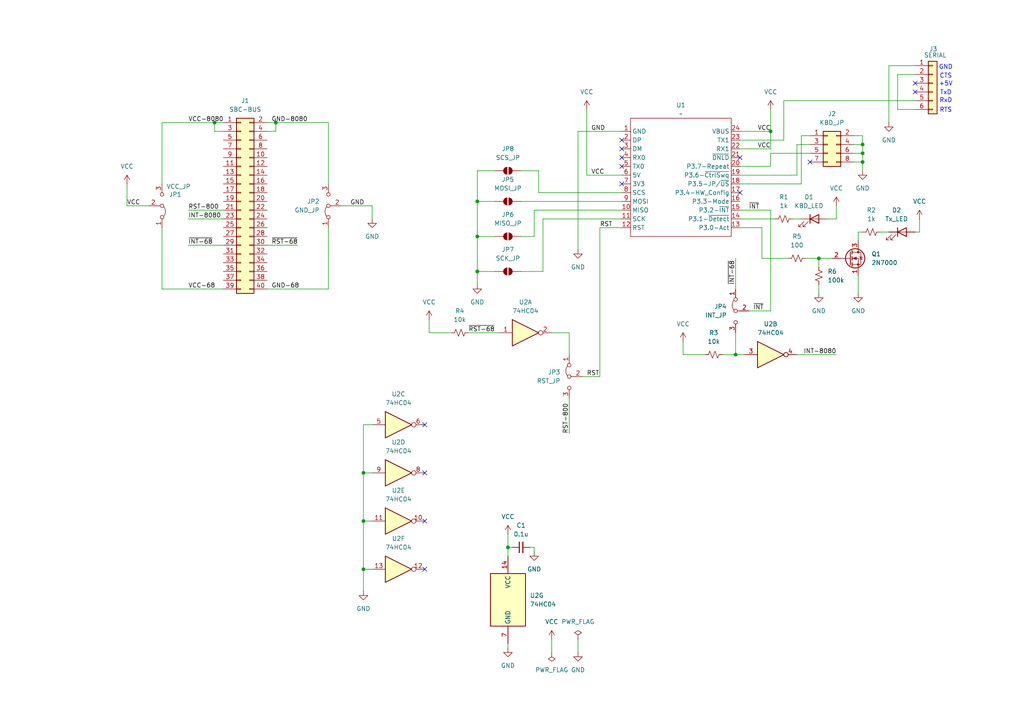
<source format=kicad_sch>
(kicad_sch (version 20250114) (generator "eeschema") (generator_version "9.0")
  (paper "A4")
  (title_block (title "Easy USB HOSTをSBCバスにつなぐ") (date "2025-03-03") (rev "1"))
  (lib_symbols
    (symbol "74xx:74HC04"
      (property "Reference" "U" (at 0 1.27 0))
      (property "Value" "74HC04" (at 0 -1.27 0))
      (symbol "74HC04_1_0"
        (polyline (pts (xy -3.81 3.81) (xy -3.81 -3.81) (xy 3.81 0) (xy -3.81 3.81)) (stroke (width 0.254)) (fill (type background)))
        (pin input line (at -7.62 0 0) (length 3.81) (name "~") (number "1"))
        (pin output inverted (at 7.62 0 180) (length 3.81) (name "~") (number "2"))
      )
      (symbol "74HC04_2_0"
        (polyline (pts (xy -3.81 3.81) (xy -3.81 -3.81) (xy 3.81 0) (xy -3.81 3.81)) (stroke (width 0.254)) (fill (type background)))
        (pin input line (at -7.62 0 0) (length 3.81) (name "~") (number "3"))
        (pin output inverted (at 7.62 0 180) (length 3.81) (name "~") (number "4"))
      )
      (symbol "74HC04_3_0"
        (polyline (pts (xy -3.81 3.81) (xy -3.81 -3.81) (xy 3.81 0) (xy -3.81 3.81)) (stroke (width 0.254)) (fill (type background)))
        (pin input line (at -7.62 0 0) (length 3.81) (name "~") (number "5"))
        (pin output inverted (at 7.62 0 180) (length 3.81) (name "~") (number "6"))
      )
      (symbol "74HC04_4_0"
        (polyline (pts (xy -3.81 3.81) (xy -3.81 -3.81) (xy 3.81 0) (xy -3.81 3.81)) (stroke (width 0.254)) (fill (type background)))
        (pin input line (at -7.62 0 0) (length 3.81) (name "~") (number "9"))
        (pin output inverted (at 7.62 0 180) (length 3.81) (name "~") (number "8"))
      )
      (symbol "74HC04_5_0"
        (polyline (pts (xy -3.81 3.81) (xy -3.81 -3.81) (xy 3.81 0) (xy -3.81 3.81)) (stroke (width 0.254)) (fill (type background)))
        (pin input line (at -7.62 0 0) (length 3.81) (name "~") (number "11"))
        (pin output inverted (at 7.62 0 180) (length 3.81) (name "~") (number "10"))
      )
      (symbol "74HC04_6_0"
        (polyline (pts (xy -3.81 3.81) (xy -3.81 -3.81) (xy 3.81 0) (xy -3.81 3.81)) (stroke (width 0.254)) (fill (type background)))
        (pin input line (at -7.62 0 0) (length 3.81) (name "~") (number "13"))
        (pin output inverted (at 7.62 0 180) (length 3.81) (name "~") (number "12"))
      )
      (symbol "74HC04_7_0"
        (pin power_in line (at 0 12.7 270) (length 5.08) (name "VCC") (number "14"))
        (pin power_in line (at 0 -12.7 90) (length 5.08) (name "GND") (number "7"))
      )
      (symbol "74HC04_7_1"
        (rectangle (start -5.08 7.62) (end 5.08 -7.62) (stroke (width 0.254)) (fill (type background)))
      )
    )
    (symbol "Connector_Generic:Conn_01x06" (pin_names (offset 1.016) (hide yes))
      (property "Reference" "J" (at 0 7.62 0))
      (property "Value" "Conn_01x06" (at 0 -10.16 0))
      (symbol "Conn_01x06_1_1"
        (rectangle (start -1.27 6.35) (end 1.27 -8.89) (stroke (width 0.254)) (fill (type background)))
        (rectangle (start -1.27 5.207) (end 0 4.953) (stroke (width 0.1524)))
        (rectangle (start -1.27 2.667) (end 0 2.413) (stroke (width 0.1524)))
        (rectangle (start -1.27 0.127) (end 0 -0.127) (stroke (width 0.1524)))
        (rectangle (start -1.27 -2.413) (end 0 -2.667) (stroke (width 0.1524)))
        (rectangle (start -1.27 -4.953) (end 0 -5.207) (stroke (width 0.1524)))
        (rectangle (start -1.27 -7.493) (end 0 -7.747) (stroke (width 0.1524)))
        (pin passive line (at -5.08 5.08 0) (length 3.81) (name "Pin_1") (number "1"))
        (pin passive line (at -5.08 2.54 0) (length 3.81) (name "Pin_2") (number "2"))
        (pin passive line (at -5.08 0 0) (length 3.81) (name "Pin_3") (number "3"))
        (pin passive line (at -5.08 -2.54 0) (length 3.81) (name "Pin_4") (number "4"))
        (pin passive line (at -5.08 -5.08 0) (length 3.81) (name "Pin_5") (number "5"))
        (pin passive line (at -5.08 -7.62 0) (length 3.81) (name "Pin_6") (number "6"))
      )
    )
    (symbol "Connector_Generic:Conn_02x04_Odd_Even" (pin_names (offset 1.016) (hide yes))
      (property "Reference" "J" (at 1.27 5.08 0))
      (property "Value" "Conn_02x04_Odd_Even" (at 1.27 -7.62 0))
      (symbol "Conn_02x04_Odd_Even_1_1"
        (rectangle (start -1.27 3.81) (end 3.81 -6.35) (stroke (width 0.254)) (fill (type background)))
        (rectangle (start -1.27 2.667) (end 0 2.413) (stroke (width 0.1524)))
        (rectangle (start -1.27 0.127) (end 0 -0.127) (stroke (width 0.1524)))
        (rectangle (start -1.27 -2.413) (end 0 -2.667) (stroke (width 0.1524)))
        (rectangle (start -1.27 -4.953) (end 0 -5.207) (stroke (width 0.1524)))
        (rectangle (start 3.81 2.667) (end 2.54 2.413) (stroke (width 0.1524)))
        (rectangle (start 3.81 0.127) (end 2.54 -0.127) (stroke (width 0.1524)))
        (rectangle (start 3.81 -2.413) (end 2.54 -2.667) (stroke (width 0.1524)))
        (rectangle (start 3.81 -4.953) (end 2.54 -5.207) (stroke (width 0.1524)))
        (pin passive line (at -5.08 2.54 0) (length 3.81) (name "Pin_1") (number "1"))
        (pin passive line (at -5.08 0 0) (length 3.81) (name "Pin_3") (number "3"))
        (pin passive line (at -5.08 -2.54 0) (length 3.81) (name "Pin_5") (number "5"))
        (pin passive line (at -5.08 -5.08 0) (length 3.81) (name "Pin_7") (number "7"))
        (pin passive line (at 7.62 2.54 180) (length 3.81) (name "Pin_2") (number "2"))
        (pin passive line (at 7.62 0 180) (length 3.81) (name "Pin_4") (number "4"))
        (pin passive line (at 7.62 -2.54 180) (length 3.81) (name "Pin_6") (number "6"))
        (pin passive line (at 7.62 -5.08 180) (length 3.81) (name "Pin_8") (number "8"))
      )
    )
    (symbol "Connector_Generic:Conn_02x20_Odd_Even" (pin_names (offset 1.016) (hide yes))
      (property "Reference" "J" (at 1.27 25.4 0))
      (property "Value" "Conn_02x20_Odd_Even" (at 1.27 -27.94 0))
      (symbol "Conn_02x20_Odd_Even_1_1"
        (rectangle (start -1.27 24.13) (end 3.81 -26.67) (stroke (width 0.254)) (fill (type background)))
        (rectangle (start -1.27 22.987) (end 0 22.733) (stroke (width 0.1524)))
        (rectangle (start -1.27 20.447) (end 0 20.193) (stroke (width 0.1524)))
        (rectangle (start -1.27 17.907) (end 0 17.653) (stroke (width 0.1524)))
        (rectangle (start -1.27 15.367) (end 0 15.113) (stroke (width 0.1524)))
        (rectangle (start -1.27 12.827) (end 0 12.573) (stroke (width 0.1524)))
        (rectangle (start -1.27 10.287) (end 0 10.033) (stroke (width 0.1524)))
        (rectangle (start -1.27 7.747) (end 0 7.493) (stroke (width 0.1524)))
        (rectangle (start -1.27 5.207) (end 0 4.953) (stroke (width 0.1524)))
        (rectangle (start -1.27 2.667) (end 0 2.413) (stroke (width 0.1524)))
        (rectangle (start -1.27 0.127) (end 0 -0.127) (stroke (width 0.1524)))
        (rectangle (start -1.27 -2.413) (end 0 -2.667) (stroke (width 0.1524)))
        (rectangle (start -1.27 -4.953) (end 0 -5.207) (stroke (width 0.1524)))
        (rectangle (start -1.27 -7.493) (end 0 -7.747) (stroke (width 0.1524)))
        (rectangle (start -1.27 -10.033) (end 0 -10.287) (stroke (width 0.1524)))
        (rectangle (start -1.27 -12.573) (end 0 -12.827) (stroke (width 0.1524)))
        (rectangle (start -1.27 -15.113) (end 0 -15.367) (stroke (width 0.1524)))
        (rectangle (start -1.27 -17.653) (end 0 -17.907) (stroke (width 0.1524)))
        (rectangle (start -1.27 -20.193) (end 0 -20.447) (stroke (width 0.1524)))
        (rectangle (start -1.27 -22.733) (end 0 -22.987) (stroke (width 0.1524)))
        (rectangle (start -1.27 -25.273) (end 0 -25.527) (stroke (width 0.1524)))
        (rectangle (start 3.81 22.987) (end 2.54 22.733) (stroke (width 0.1524)))
        (rectangle (start 3.81 20.447) (end 2.54 20.193) (stroke (width 0.1524)))
        (rectangle (start 3.81 17.907) (end 2.54 17.653) (stroke (width 0.1524)))
        (rectangle (start 3.81 15.367) (end 2.54 15.113) (stroke (width 0.1524)))
        (rectangle (start 3.81 12.827) (end 2.54 12.573) (stroke (width 0.1524)))
        (rectangle (start 3.81 10.287) (end 2.54 10.033) (stroke (width 0.1524)))
        (rectangle (start 3.81 7.747) (end 2.54 7.493) (stroke (width 0.1524)))
        (rectangle (start 3.81 5.207) (end 2.54 4.953) (stroke (width 0.1524)))
        (rectangle (start 3.81 2.667) (end 2.54 2.413) (stroke (width 0.1524)))
        (rectangle (start 3.81 0.127) (end 2.54 -0.127) (stroke (width 0.1524)))
        (rectangle (start 3.81 -2.413) (end 2.54 -2.667) (stroke (width 0.1524)))
        (rectangle (start 3.81 -4.953) (end 2.54 -5.207) (stroke (width 0.1524)))
        (rectangle (start 3.81 -7.493) (end 2.54 -7.747) (stroke (width 0.1524)))
        (rectangle (start 3.81 -10.033) (end 2.54 -10.287) (stroke (width 0.1524)))
        (rectangle (start 3.81 -12.573) (end 2.54 -12.827) (stroke (width 0.1524)))
        (rectangle (start 3.81 -15.113) (end 2.54 -15.367) (stroke (width 0.1524)))
        (rectangle (start 3.81 -17.653) (end 2.54 -17.907) (stroke (width 0.1524)))
        (rectangle (start 3.81 -20.193) (end 2.54 -20.447) (stroke (width 0.1524)))
        (rectangle (start 3.81 -22.733) (end 2.54 -22.987) (stroke (width 0.1524)))
        (rectangle (start 3.81 -25.273) (end 2.54 -25.527) (stroke (width 0.1524)))
        (pin passive line (at -5.08 22.86 0) (length 3.81) (name "Pin_1") (number "1"))
        (pin passive line (at -5.08 20.32 0) (length 3.81) (name "Pin_3") (number "3"))
        (pin passive line (at -5.08 17.78 0) (length 3.81) (name "Pin_5") (number "5"))
        (pin passive line (at -5.08 15.24 0) (length 3.81) (name "Pin_7") (number "7"))
        (pin passive line (at -5.08 12.7 0) (length 3.81) (name "Pin_9") (number "9"))
        (pin passive line (at -5.08 10.16 0) (length 3.81) (name "Pin_11") (number "11"))
        (pin passive line (at -5.08 7.62 0) (length 3.81) (name "Pin_13") (number "13"))
        (pin passive line (at -5.08 5.08 0) (length 3.81) (name "Pin_15") (number "15"))
        (pin passive line (at -5.08 2.54 0) (length 3.81) (name "Pin_17") (number "17"))
        (pin passive line (at -5.08 0 0) (length 3.81) (name "Pin_19") (number "19"))
        (pin passive line (at -5.08 -2.54 0) (length 3.81) (name "Pin_21") (number "21"))
        (pin passive line (at -5.08 -5.08 0) (length 3.81) (name "Pin_23") (number "23"))
        (pin passive line (at -5.08 -7.62 0) (length 3.81) (name "Pin_25") (number "25"))
        (pin passive line (at -5.08 -10.16 0) (length 3.81) (name "Pin_27") (number "27"))
        (pin passive line (at -5.08 -12.7 0) (length 3.81) (name "Pin_29") (number "29"))
        (pin passive line (at -5.08 -15.24 0) (length 3.81) (name "Pin_31") (number "31"))
        (pin passive line (at -5.08 -17.78 0) (length 3.81) (name "Pin_33") (number "33"))
        (pin passive line (at -5.08 -20.32 0) (length 3.81) (name "Pin_35") (number "35"))
        (pin passive line (at -5.08 -22.86 0) (length 3.81) (name "Pin_37") (number "37"))
        (pin passive line (at -5.08 -25.4 0) (length 3.81) (name "Pin_39") (number "39"))
        (pin passive line (at 7.62 22.86 180) (length 3.81) (name "Pin_2") (number "2"))
        (pin passive line (at 7.62 20.32 180) (length 3.81) (name "Pin_4") (number "4"))
        (pin passive line (at 7.62 17.78 180) (length 3.81) (name "Pin_6") (number "6"))
        (pin passive line (at 7.62 15.24 180) (length 3.81) (name "Pin_8") (number "8"))
        (pin passive line (at 7.62 12.7 180) (length 3.81) (name "Pin_10") (number "10"))
        (pin passive line (at 7.62 10.16 180) (length 3.81) (name "Pin_12") (number "12"))
        (pin passive line (at 7.62 7.62 180) (length 3.81) (name "Pin_14") (number "14"))
        (pin passive line (at 7.62 5.08 180) (length 3.81) (name "Pin_16") (number "16"))
        (pin passive line (at 7.62 2.54 180) (length 3.81) (name "Pin_18") (number "18"))
        (pin passive line (at 7.62 0 180) (length 3.81) (name "Pin_20") (number "20"))
        (pin passive line (at 7.62 -2.54 180) (length 3.81) (name "Pin_22") (number "22"))
        (pin passive line (at 7.62 -5.08 180) (length 3.81) (name "Pin_24") (number "24"))
        (pin passive line (at 7.62 -7.62 180) (length 3.81) (name "Pin_26") (number "26"))
        (pin passive line (at 7.62 -10.16 180) (length 3.81) (name "Pin_28") (number "28"))
        (pin passive line (at 7.62 -12.7 180) (length 3.81) (name "Pin_30") (number "30"))
        (pin passive line (at 7.62 -15.24 180) (length 3.81) (name "Pin_32") (number "32"))
        (pin passive line (at 7.62 -17.78 180) (length 3.81) (name "Pin_34") (number "34"))
        (pin passive line (at 7.62 -20.32 180) (length 3.81) (name "Pin_36") (number "36"))
        (pin passive line (at 7.62 -22.86 180) (length 3.81) (name "Pin_38") (number "38"))
        (pin passive line (at 7.62 -25.4 180) (length 3.81) (name "Pin_40") (number "40"))
      )
    )
    (symbol "Device:C_Small" (pin_numbers (hide yes)) (pin_names (offset 0.254) (hide yes))
      (property "Reference" "C" (at 0.254 1.778 0))
      (property "Value" "C_Small" (at 0.254 -2.032 0))
      (symbol "C_Small_0_1"
        (polyline (pts (xy -1.524 0.508) (xy 1.524 0.508)) (stroke (width 0.3048)))
        (polyline (pts (xy -1.524 -0.508) (xy 1.524 -0.508)) (stroke (width 0.3302)))
      )
      (symbol "C_Small_1_1"
        (pin passive line (at 0 2.54 270) (length 2.032) (name "~") (number "1"))
        (pin passive line (at 0 -2.54 90) (length 2.032) (name "~") (number "2"))
      )
    )
    (symbol "Device:LED" (pin_numbers (hide yes)) (pin_names (offset 1.016) (hide yes))
      (property "Reference" "D" (at 0 2.54 0))
      (property "Value" "LED" (at 0 -2.54 0))
      (symbol "LED_0_1"
        (polyline (pts (xy -3.048 -0.762) (xy -4.572 -2.286) (xy -3.81 -2.286) (xy -4.572 -2.286) (xy -4.572 -1.524)))
        (polyline (pts (xy -1.778 -0.762) (xy -3.302 -2.286) (xy -2.54 -2.286) (xy -3.302 -2.286) (xy -3.302 -1.524)))
        (polyline (pts (xy -1.27 0) (xy 1.27 0)))
        (polyline (pts (xy -1.27 -1.27) (xy -1.27 1.27)) (stroke (width 0.254)))
        (polyline (pts (xy 1.27 -1.27) (xy 1.27 1.27) (xy -1.27 0) (xy 1.27 -1.27)) (stroke (width 0.254)))
      )
      (symbol "LED_1_1"
        (pin passive line (at -3.81 0 0) (length 2.54) (name "K") (number "1"))
        (pin passive line (at 3.81 0 180) (length 2.54) (name "A") (number "2"))
      )
    )
    (symbol "Device:R_Small_US" (pin_numbers (hide yes)) (pin_names (offset 0.254) (hide yes))
      (property "Reference" "R" (at 0.762 0.508 0))
      (property "Value" "R_Small_US" (at 0.762 -1.016 0))
      (symbol "R_Small_US_1_1"
        (polyline (pts (xy 0 1.524) (xy 1.016 1.143) (xy 0 0.762) (xy -1.016 0.381) (xy 0 0)))
        (polyline (pts (xy 0 0) (xy 1.016 -0.381) (xy 0 -0.762) (xy -1.016 -1.143) (xy 0 -1.524)))
        (pin passive line (at 0 2.54 270) (length 1.016) (name "~") (number "1"))
        (pin passive line (at 0 -2.54 90) (length 1.016) (name "~") (number "2"))
      )
    )
    (symbol "Jumper:Jumper_3_Bridged12" (pin_names (offset 0) (hide yes)) (exclude_from_sim yes) (in_bom no)
      (property "Reference" "JP" (at -2.54 -2.54 0))
      (property "Value" "Jumper_3_Bridged12" (at 0 2.794 0))
      (symbol "Jumper_3_Bridged12_0_0"
        (circle (center -3.302 0) (radius 0.508))
        (circle (center 0 0) (radius 0.508))
        (circle (center 3.302 0) (radius 0.508))
      )
      (symbol "Jumper_3_Bridged12_0_1"
        (arc (start -3.048 0.508) (mid -1.651 0.9912) (end -0.254 0.508))
        (polyline (pts (xy 0 -1.27) (xy 0 -0.508)))
      )
      (symbol "Jumper_3_Bridged12_1_1"
        (pin passive line (at -6.35 0 0) (length 2.54) (name "A") (number "1"))
        (pin passive line (at 0 -3.81 90) (length 2.54) (name "C") (number "2"))
        (pin passive line (at 6.35 0 180) (length 2.54) (name "B") (number "3"))
      )
    )
    (symbol "Jumper:SolderJumper_2_Open" (pin_numbers (hide yes)) (pin_names (offset 0) (hide yes)) (exclude_from_sim yes) (in_bom no)
      (property "Reference" "JP" (at 0 2.032 0))
      (property "Value" "SolderJumper_2_Open" (at 0 -2.54 0))
      (symbol "SolderJumper_2_Open_0_1"
        (polyline (pts (xy -0.254 1.016) (xy -0.254 -1.016)))
        (arc (start -0.254 -1.016) (mid -1.2656 0) (end -0.254 1.016))
        (arc (start -0.254 -1.016) (mid -1.2656 0) (end -0.254 1.016) (fill (type outline)))
        (arc (start 0.254 1.016) (mid 1.2656 0) (end 0.254 -1.016))
        (arc (start 0.254 1.016) (mid 1.2656 0) (end 0.254 -1.016) (fill (type outline)))
        (polyline (pts (xy 0.254 1.016) (xy 0.254 -1.016)))
      )
      (symbol "SolderJumper_2_Open_1_1"
        (pin passive line (at -3.81 0 0) (length 2.54) (name "A") (number "1"))
        (pin passive line (at 3.81 0 180) (length 2.54) (name "B") (number "2"))
      )
    )
    (symbol "Transistor_FET:2N7000" (pin_names (hide yes))
      (property "Reference" "Q" (at 5.08 1.905 0))
      (property "Value" "2N7000" (at 5.08 0 0))
      (symbol "2N7000_0_1"
        (polyline (pts (xy 0.254 1.905) (xy 0.254 -1.905)) (stroke (width 0.254)))
        (polyline (pts (xy 0.254 0) (xy -2.54 0)))
        (polyline (pts (xy 0.762 2.286) (xy 0.762 1.27)) (stroke (width 0.254)))
        (polyline (pts (xy 0.762 0.508) (xy 0.762 -0.508)) (stroke (width 0.254)))
        (polyline (pts (xy 0.762 -1.27) (xy 0.762 -2.286)) (stroke (width 0.254)))
        (polyline (pts (xy 0.762 -1.778) (xy 3.302 -1.778) (xy 3.302 1.778) (xy 0.762 1.778)))
        (polyline (pts (xy 1.016 0) (xy 2.032 0.381) (xy 2.032 -0.381) (xy 1.016 0)) (fill (type outline)))
        (circle (center 1.651 0) (radius 2.794) (stroke (width 0.254)))
        (polyline (pts (xy 2.54 2.54) (xy 2.54 1.778)))
        (circle (center 2.54 1.778) (radius 0.254) (fill (type outline)))
        (circle (center 2.54 -1.778) (radius 0.254) (fill (type outline)))
        (polyline (pts (xy 2.54 -2.54) (xy 2.54 0) (xy 0.762 0)))
        (polyline (pts (xy 2.794 0.508) (xy 2.921 0.381) (xy 3.683 0.381) (xy 3.81 0.254)))
        (polyline (pts (xy 3.302 0.381) (xy 2.921 -0.254) (xy 3.683 -0.254) (xy 3.302 0.381)))
      )
      (symbol "2N7000_1_1"
        (pin input line (at -5.08 0 0) (length 2.54) (name "G") (number "2"))
        (pin passive line (at 2.54 5.08 270) (length 2.54) (name "D") (number "3"))
        (pin passive line (at 2.54 -5.08 90) (length 2.54) (name "S") (number "1"))
      )
    )
    (symbol "easyUsbHost:easyUsbHost"
      (property "Reference" "U" (at -8.89 17.018 0))
      (symbol "easyUsbHost_0_1"
        (rectangle (start -15.24 15.24) (end 13.97 -19.05))
      )
      (symbol "easyUsbHost_1_1"
        (pin power_in line (at -17.78 11.43 0) (length 2.54) (name "GND") (number "1"))
        (pin bidirectional line (at -17.78 8.89 0) (length 2.54) (name "DP") (number "2"))
        (pin bidirectional line (at -17.78 6.35 0) (length 2.54) (name "DM") (number "3"))
        (pin input line (at -17.78 3.81 0) (length 2.54) (name "RX0") (number "4"))
        (pin output line (at -17.78 1.27 0) (length 2.54) (name "TX0") (number "5"))
        (pin power_in line (at -17.78 -1.27 0) (length 2.54) (name "5V") (number "6"))
        (pin power_out line (at -17.78 -3.81 0) (length 2.54) (name "3V3") (number "7"))
        (pin input line (at -17.78 -6.35 0) (length 2.54) (name "SCS") (number "8"))
        (pin input line (at -17.78 -8.89 0) (length 2.54) (name "MOSI") (number "9"))
        (pin passive line (at -17.78 -11.43 0) (length 2.54) (name "MISO") (number "10"))
        (pin input line (at -17.78 -13.97 0) (length 2.54) (name "SCK") (number "11"))
        (pin input line (at -17.78 -16.51 0) (length 2.54) (name "RST") (number "12"))
        (pin power_in line (at 16.51 11.43 180) (length 2.54) (name "VBUS") (number "24"))
        (pin output line (at 16.51 8.89 180) (length 2.54) (name "TX1") (number "23"))
        (pin input line (at 16.51 6.35 180) (length 2.54) (name "RX1") (number "22"))
        (pin input line (at 16.51 3.81 180) (length 2.54) (name "~{DNLD}") (number "21"))
        (pin input line (at 16.51 1.27 180) (length 2.54) (name "P3.7-Repeat") (number "20"))
        (pin input line (at 16.51 -1.27 180) (length 2.54) (name "P3.6-~{CtrlSwq}") (number "19"))
        (pin input line (at 16.51 -3.81 180) (length 2.54) (name "P3.5-JP/~{US}") (number "18"))
        (pin input line (at 16.51 -6.35 180) (length 2.54) (name "P3.4-HW_Config") (number "17"))
        (pin input line (at 16.51 -8.89 180) (length 2.54) (name "P3.3-Mode") (number "16"))
        (pin output line (at 16.51 -11.43 180) (length 2.54) (name "P3.2-~{INT}") (number "15"))
        (pin output line (at 16.51 -13.97 180) (length 2.54) (name "P3.1-~{Detect}") (number "14"))
        (pin bidirectional line (at 16.51 -16.51 180) (length 2.54) (name "P3.0-Act") (number "13"))
      )
    )
    (symbol "power:GND" (power) (pin_numbers (hide yes)) (pin_names (offset 0) (hide yes))
      (property "Value" "GND" (at 0 -3.81 0))
      (symbol "GND_0_1"
        (polyline (pts (xy 0 0) (xy 0 -1.27) (xy 1.27 -1.27) (xy 0 -2.54) (xy -1.27 -1.27) (xy 0 -1.27)))
      )
      (symbol "GND_1_1"
        (pin power_in line (at 0 0 270) (length 0) (name "~") (number "1"))
      )
    )
    (symbol "power:PWR_FLAG" (power) (pin_numbers (hide yes)) (pin_names (offset 0) (hide yes))
      (property "Value" "PWR_FLAG" (at 0 3.81 0))
      (symbol "PWR_FLAG_0_0"
        (pin power_out line (at 0 0 90) (length 0) (name "~") (number "1"))
      )
      (symbol "PWR_FLAG_0_1"
        (polyline (pts (xy 0 0) (xy 0 1.27) (xy -1.016 1.905) (xy 0 2.54) (xy 1.016 1.905) (xy 0 1.27)))
      )
    )
    (symbol "power:VCC" (power) (pin_numbers (hide yes)) (pin_names (offset 0) (hide yes))
      (property "Value" "VCC" (at 0 3.556 0))
      (symbol "VCC_0_1"
        (polyline (pts (xy -0.762 1.27) (xy 0 2.54)))
        (polyline (pts (xy 0 2.54) (xy 0.762 1.27)))
        (polyline (pts (xy 0 0) (xy 0 2.54)))
      )
      (symbol "VCC_1_1"
        (pin power_in line (at 0 0 90) (length 0) (name "~") (number "1"))
      )
    )
  )
  (text "TxD" (at 274.32 26.924 0) (effects (font (size 1.27 1.27))))
  (text "RTS" (at 274.32 32.004 0) (effects (font (size 1.27 1.27))))
  (text "CTS" (at 274.32 22.098 0) (effects (font (size 1.27 1.27))))
  (text "GND" (at 274.32 19.558 0) (effects (font (size 1.27 1.27))))
  (text "+5V" (at 274.32 24.384 0) (effects (font (size 1.27 1.27))))
  (text "RxD" (at 274.32 29.21 0) (effects (font (size 1.27 1.27))))
  (junction (at 250.19 46.99))
  (junction (at 138.43 58.42))
  (junction (at 250.19 44.45))
  (junction (at 105.41 165.1))
  (junction (at 80.01 35.56))
  (junction (at 223.52 38.1))
  (junction (at 250.19 41.91))
  (junction (at 105.41 137.16))
  (junction (at 62.23 35.56))
  (junction (at 138.43 68.58))
  (junction (at 237.49 74.93))
  (junction (at 213.36 102.87))
  (junction (at 147.32 158.75))
  (junction (at 138.43 78.74))
  (junction (at 105.41 151.13))
  (no_connect (at 265.43 24.13))
  (no_connect (at 180.34 45.72))
  (no_connect (at 180.34 40.64))
  (no_connect (at 123.19 151.13))
  (no_connect (at 214.63 55.88))
  (no_connect (at 214.63 45.72))
  (no_connect (at 123.19 123.19))
  (no_connect (at 123.19 165.1))
  (no_connect (at 265.43 26.67))
  (no_connect (at 180.34 53.34))
  (no_connect (at 234.95 46.99))
  (no_connect (at 180.34 43.18))
  (no_connect (at 180.34 48.26))
  (no_connect (at 123.19 137.16))
  (wire (pts (xy 165.1 115.57) (xy 165.1 125.73)))
  (wire (pts (xy 223.52 44.45) (xy 234.95 44.45)))
  (wire (pts (xy 138.43 58.42) (xy 143.51 58.42)))
  (wire (pts (xy 124.46 96.52) (xy 130.81 96.52)))
  (wire (pts (xy 214.63 53.34) (xy 232.41 53.34)))
  (wire (pts (xy 255.27 67.31) (xy 257.81 67.31)))
  (wire (pts (xy 257.81 19.05) (xy 265.43 19.05)))
  (wire (pts (xy 147.32 158.75) (xy 147.32 161.29)))
  (wire (pts (xy 95.25 35.56) (xy 95.25 53.34)))
  (wire (pts (xy 165.1 96.52) (xy 165.1 102.87)))
  (wire (pts (xy 138.43 82.55) (xy 138.43 78.74)))
  (wire (pts (xy 138.43 78.74) (xy 143.51 78.74)))
  (wire (pts (xy 180.34 55.88) (xy 156.21 55.88)))
  (wire (pts (xy 231.14 102.87) (xy 242.57 102.87)))
  (wire (pts (xy 232.41 53.34) (xy 232.41 39.37)))
  (wire (pts (xy 214.63 48.26) (xy 223.52 48.26)))
  (wire (pts (xy 147.32 186.69) (xy 147.32 187.96)))
  (wire (pts (xy 260.35 31.75) (xy 265.43 31.75)))
  (wire (pts (xy 247.65 41.91) (xy 250.19 41.91)))
  (wire (pts (xy 147.32 158.75) (xy 148.59 158.75)))
  (wire (pts (xy 154.94 60.96) (xy 180.34 60.96)))
  (wire (pts (xy 214.63 50.8) (xy 231.14 50.8)))
  (wire (pts (xy 154.94 68.58) (xy 154.94 60.96)))
  (wire (pts (xy 214.63 60.96) (xy 223.52 60.96)))
  (wire (pts (xy 105.41 151.13) (xy 105.41 137.16)))
  (wire (pts (xy 46.99 35.56) (xy 46.99 53.34)))
  (wire (pts (xy 265.43 21.59) (xy 260.35 21.59)))
  (wire (pts (xy 107.95 123.19) (xy 105.41 123.19)))
  (wire (pts (xy 214.63 43.18) (xy 223.52 43.18)))
  (wire (pts (xy 77.47 38.1) (xy 80.01 38.1)))
  (wire (pts (xy 105.41 151.13) (xy 107.95 151.13)))
  (wire (pts (xy 77.47 35.56) (xy 80.01 35.56)))
  (wire (pts (xy 173.99 66.04) (xy 180.34 66.04)))
  (wire (pts (xy 248.92 80.01) (xy 248.92 85.09)))
  (wire (pts (xy 223.52 44.45) (xy 223.52 48.26)))
  (wire (pts (xy 248.92 67.31) (xy 248.92 69.85)))
  (wire (pts (xy 229.87 63.5) (xy 232.41 63.5)))
  (wire (pts (xy 151.13 78.74) (xy 157.48 78.74)))
  (wire (pts (xy 173.99 66.04) (xy 173.99 109.22)))
  (wire (pts (xy 156.21 55.88) (xy 156.21 49.53)))
  (wire (pts (xy 266.7 63.5) (xy 266.7 67.31)))
  (wire (pts (xy 214.63 38.1) (xy 223.52 38.1)))
  (wire (pts (xy 138.43 49.53) (xy 143.51 49.53)))
  (wire (pts (xy 227.33 29.21) (xy 265.43 29.21)))
  (wire (pts (xy 213.36 102.87) (xy 215.9 102.87)))
  (wire (pts (xy 217.17 90.17) (xy 223.52 90.17)))
  (wire (pts (xy 105.41 137.16) (xy 107.95 137.16)))
  (wire (pts (xy 168.91 109.22) (xy 173.99 109.22)))
  (wire (pts (xy 223.52 38.1) (xy 223.52 43.18)))
  (wire (pts (xy 250.19 46.99) (xy 250.19 49.53)))
  (wire (pts (xy 220.98 66.04) (xy 214.63 66.04)))
  (wire (pts (xy 227.33 29.21) (xy 227.33 40.64)))
  (wire (pts (xy 107.95 59.69) (xy 107.95 63.5)))
  (wire (pts (xy 62.23 35.56) (xy 62.23 38.1)))
  (wire (pts (xy 220.98 74.93) (xy 220.98 66.04)))
  (wire (pts (xy 247.65 44.45) (xy 250.19 44.45)))
  (wire (pts (xy 99.06 59.69) (xy 107.95 59.69)))
  (wire (pts (xy 77.47 83.82) (xy 95.25 83.82)))
  (wire (pts (xy 167.64 38.1) (xy 167.64 72.39)))
  (wire (pts (xy 124.46 92.71) (xy 124.46 96.52)))
  (wire (pts (xy 151.13 49.53) (xy 156.21 49.53)))
  (wire (pts (xy 167.64 38.1) (xy 180.34 38.1)))
  (wire (pts (xy 220.98 74.93) (xy 228.6 74.93)))
  (wire (pts (xy 214.63 63.5) (xy 224.79 63.5)))
  (wire (pts (xy 36.83 53.34) (xy 36.83 59.69)))
  (wire (pts (xy 209.55 102.87) (xy 213.36 102.87)))
  (wire (pts (xy 241.3 74.93) (xy 237.49 74.93)))
  (wire (pts (xy 160.02 185.42) (xy 160.02 189.23)))
  (wire (pts (xy 77.47 71.12) (xy 86.36 71.12)))
  (wire (pts (xy 257.81 35.56) (xy 257.81 19.05)))
  (wire (pts (xy 250.19 67.31) (xy 248.92 67.31)))
  (wire (pts (xy 80.01 38.1) (xy 80.01 35.56)))
  (wire (pts (xy 237.49 82.55) (xy 237.49 85.09)))
  (wire (pts (xy 237.49 74.93) (xy 233.68 74.93)))
  (wire (pts (xy 147.32 154.94) (xy 147.32 158.75)))
  (wire (pts (xy 153.67 158.75) (xy 154.94 158.75)))
  (wire (pts (xy 151.13 58.42) (xy 180.34 58.42)))
  (wire (pts (xy 138.43 58.42) (xy 138.43 49.53)))
  (wire (pts (xy 105.41 165.1) (xy 107.95 165.1)))
  (wire (pts (xy 62.23 38.1) (xy 64.77 38.1)))
  (wire (pts (xy 198.12 102.87) (xy 204.47 102.87)))
  (wire (pts (xy 247.65 46.99) (xy 250.19 46.99)))
  (wire (pts (xy 46.99 83.82) (xy 64.77 83.82)))
  (wire (pts (xy 242.57 59.69) (xy 242.57 63.5)))
  (wire (pts (xy 138.43 68.58) (xy 138.43 58.42)))
  (wire (pts (xy 54.61 63.5) (xy 64.77 63.5)))
  (wire (pts (xy 62.23 35.56) (xy 64.77 35.56)))
  (wire (pts (xy 167.64 185.42) (xy 167.64 189.23)))
  (wire (pts (xy 198.12 99.06) (xy 198.12 102.87)))
  (wire (pts (xy 54.61 71.12) (xy 64.77 71.12)))
  (wire (pts (xy 105.41 123.19) (xy 105.41 137.16)))
  (wire (pts (xy 231.14 41.91) (xy 234.95 41.91)))
  (wire (pts (xy 266.7 67.31) (xy 265.43 67.31)))
  (wire (pts (xy 160.02 96.52) (xy 165.1 96.52)))
  (wire (pts (xy 240.03 63.5) (xy 242.57 63.5)))
  (wire (pts (xy 105.41 171.45) (xy 105.41 165.1)))
  (wire (pts (xy 223.52 31.75) (xy 223.52 38.1)))
  (wire (pts (xy 213.36 74.93) (xy 213.36 83.82)))
  (wire (pts (xy 170.18 50.8) (xy 180.34 50.8)))
  (wire (pts (xy 80.01 35.56) (xy 95.25 35.56)))
  (wire (pts (xy 250.19 44.45) (xy 250.19 46.99)))
  (wire (pts (xy 223.52 60.96) (xy 223.52 90.17)))
  (wire (pts (xy 247.65 39.37) (xy 250.19 39.37)))
  (wire (pts (xy 46.99 66.04) (xy 46.99 83.82)))
  (wire (pts (xy 250.19 41.91) (xy 250.19 44.45)))
  (wire (pts (xy 157.48 78.74) (xy 157.48 63.5)))
  (wire (pts (xy 46.99 35.56) (xy 62.23 35.56)))
  (wire (pts (xy 138.43 78.74) (xy 138.43 68.58)))
  (wire (pts (xy 95.25 83.82) (xy 95.25 66.04)))
  (wire (pts (xy 36.83 59.69) (xy 43.18 59.69)))
  (wire (pts (xy 54.61 60.96) (xy 64.77 60.96)))
  (wire (pts (xy 135.89 96.52) (xy 144.78 96.52)))
  (wire (pts (xy 250.19 39.37) (xy 250.19 41.91)))
  (wire (pts (xy 151.13 68.58) (xy 154.94 68.58)))
  (wire (pts (xy 260.35 21.59) (xy 260.35 31.75)))
  (wire (pts (xy 170.18 31.75) (xy 170.18 50.8)))
  (wire (pts (xy 232.41 39.37) (xy 234.95 39.37)))
  (wire (pts (xy 214.63 40.64) (xy 227.33 40.64)))
  (wire (pts (xy 157.48 63.5) (xy 180.34 63.5)))
  (wire (pts (xy 231.14 50.8) (xy 231.14 41.91)))
  (wire (pts (xy 154.94 158.75) (xy 154.94 160.02)))
  (wire (pts (xy 138.43 68.58) (xy 143.51 68.58)))
  (wire (pts (xy 213.36 96.52) (xy 213.36 102.87)))
  (wire (pts (xy 105.41 165.1) (xy 105.41 151.13)))
  (wire (pts (xy 237.49 74.93) (xy 237.49 77.47)))
  (label "VCC-68" (at 54.61 83.82 0))
  (label "VCC" (at 219.71 43.18 0))
  (label "~{RST-68}" (at 78.74 71.12 0))
  (label "VCC" (at 219.71 38.1 0))
  (label "RST-800" (at 165.1 125.73 90))
  (label "RST-800" (at 54.61 60.96 0))
  (label "VCC" (at 171.45 50.8 0))
  (label "GND-68" (at 78.74 83.82 0))
  (label "GND-8080" (at 78.74 35.56 0))
  (label "~{INT-68}" (at 213.36 82.55 90))
  (label "~{INT-68}" (at 54.61 71.12 0))
  (label "RST" (at 173.99 66.04 0))
  (label "RST" (at 170.18 109.22 0))
  (label "INT-8080" (at 54.61 63.5 0))
  (label "GND" (at 101.6 59.69 0))
  (label "GND" (at 171.45 38.1 0))
  (label "~{RST-68}" (at 143.51 96.52 180))
  (label "INT-8080" (at 242.57 102.87 180))
  (label "VCC" (at 36.83 59.69 0))
  (label "~{INT}" (at 217.17 60.96 0))
  (label "VCC-8080" (at 54.61 35.56 0))
  (label "~{INT}" (at 218.44 90.17 0))
  (symbol (lib_id "power:GND") (at 147.32 187.96 0) (unit 1)
    (property "Reference" "#PWR08" (effects (hide yes)))
    (property "Value" "GND" (at 147.32 193.04 0))
    (property "Description" "Power symbol creates a global label with name \"GND\" , ground" (effects (hide yes)))
  )
  (symbol (lib_id "power:GND") (at 167.64 189.23 0) (unit 1)
    (property "Reference" "#PWR05" (effects (hide yes)))
    (property "Value" "GND" (at 167.64 194.31 0))
    (property "Description" "Power symbol creates a global label with name \"GND\" , ground" (effects (hide yes)))
  )
  (symbol (lib_id "Device:R_Small_US") (at 207.01 102.87 90) (unit 1)
    (property "Reference" "R3" (at 207.01 96.52 90))
    (property "Value" "10k" (at 207.01 99.06 90))
    (property "Description" "Resistor, small US symbol" (effects (hide yes)))
  )
  (symbol (lib_id "power:GND") (at 154.94 160.02 0) (unit 1)
    (property "Reference" "#PWR09" (effects (hide yes)))
    (property "Value" "GND" (at 154.94 165.1 0))
    (property "Description" "Power symbol creates a global label with name \"GND\" , ground" (effects (hide yes)))
  )
  (symbol (lib_id "power:PWR_FLAG") (at 160.02 189.23 180) (unit 1)
    (property "Reference" "#FLG02" (effects (hide yes)))
    (property "Value" "PWR_FLAG" (at 160.02 194.31 0))
    (property "Description" "Special symbol for telling ERC where power comes from" (effects (hide yes)))
  )
  (symbol (lib_id "Device:R_Small_US") (at 227.33 63.5 90) (unit 1)
    (property "Reference" "R1" (at 227.33 57.15 90))
    (property "Value" "1k" (at 227.33 59.69 90))
    (property "Description" "Resistor, small US symbol" (effects (hide yes)))
  )
  (symbol (lib_id "Device:LED") (at 236.22 63.5 0) (unit 1)
    (property "Reference" "D1" (at 234.6325 57.15 0))
    (property "Value" "KBD_LED" (at 234.6325 59.69 0))
    (property "Description" "Light emitting diode" (effects (hide yes)))
    (property "Sim.Pins" "1=K 2=A" (effects (hide yes)))
  )
  (symbol (lib_id "easyUsbHost:easyUsbHost") (at 198.12 49.53 0) (unit 1)
    (property "Reference" "U1" (at 197.485 30.48 0))
    (property "Value" "~" (at 197.485 33.02 0))
  )
  (symbol (lib_id "power:VCC") (at 170.18 31.75 0) (unit 1)
    (property "Reference" "#PWR010" (effects (hide yes)))
    (property "Value" "VCC" (at 170.18 26.67 0))
    (property "Description" "Power symbol creates a global label with name \"VCC\"" (effects (hide yes)))
  )
  (symbol (lib_id "power:VCC") (at 242.57 59.69 0) (unit 1)
    (property "Reference" "#PWR012" (effects (hide yes)))
    (property "Value" "VCC" (at 242.57 54.61 0))
    (property "Description" "Power symbol creates a global label with name \"VCC\"" (effects (hide yes)))
  )
  (symbol (lib_id "Jumper:SolderJumper_2_Open") (at 147.32 58.42 0) (unit 1) (in_bom no)
    (property "Reference" "JP5" (at 147.32 52.07 0))
    (property "Value" "MOSI_JP" (at 147.32 54.61 0))
    (property "Description" "Solder Jumper, 2-pole, open" (effects (hide yes)))
  )
  (symbol (lib_id "power:GND") (at 250.19 49.53 0) (unit 1)
    (property "Reference" "#PWR013" (effects (hide yes)))
    (property "Value" "GND" (at 250.19 54.61 0))
    (property "Description" "Power symbol creates a global label with name \"GND\" , ground" (effects (hide yes)))
  )
  (symbol (lib_id "Jumper:Jumper_3_Bridged12") (at 165.1 109.22 90) (mirror x) (unit 1) (in_bom no)
    (property "Reference" "JP3" (at 162.56 107.9499 90) (effects (justify left)))
    (property "Value" "RST_JP" (at 162.56 110.4899 90) (effects (justify left)))
    (property "Description" "Jumper, 3-pole, pins 1+2 closed/bridged" (effects (hide yes)))
  )
  (symbol (lib_id "74xx:74HC04") (at 115.57 165.1 0) (unit 6)
    (property "Reference" "U2" (at 115.57 156.21 0))
    (property "Value" "74HC04" (at 115.57 158.75 0))
    (property "Datasheet" "https://assets.nexperia.com/documents/data-sheet/74HC_HCT04.pdf" (effects (hide yes)))
    (property "Description" "Hex Inverter" (effects (hide yes)))
  )
  (symbol (lib_id "power:GND") (at 257.81 35.56 0) (unit 1)
    (property "Reference" "#PWR016" (effects (hide yes)))
    (property "Value" "GND" (at 257.81 40.64 0))
    (property "Description" "Power symbol creates a global label with name \"GND\" , ground" (effects (hide yes)))
  )
  (symbol (lib_id "Connector_Generic:Conn_02x04_Odd_Even") (at 240.03 41.91 0) (unit 1)
    (property "Reference" "J2" (at 241.3 33.02 0))
    (property "Value" "KBD_JP" (at 241.3 35.56 0))
    (property "Description" "Generic connector, double row, 02x04, odd/even pin numbering scheme (row 1 odd numbers, row 2 even numbers), script generated (kicad-library-utils/schlib/autogen/connector/)" (effects (hide yes)))
  )
  (symbol (lib_id "Jumper:Jumper_3_Bridged12") (at 46.99 59.69 270) (mirror x) (unit 1) (in_bom no)
    (property "Reference" "JP1" (at 49.022 56.388 90) (effects (justify left)))
    (property "Value" "VCC_JP" (at 48.26 54.102 90) (effects (justify left)))
    (property "Description" "Jumper, 3-pole, pins 1+2 closed/bridged" (effects (hide yes)))
  )
  (symbol (lib_id "power:GND") (at 237.49 85.09 0) (unit 1)
    (property "Reference" "#PWR020" (effects (hide yes)))
    (property "Value" "GND" (at 237.49 90.17 0))
    (property "Description" "Power symbol creates a global label with name \"GND\" , ground" (effects (hide yes)))
  )
  (symbol (lib_id "74xx:74HC04") (at 223.52 102.87 0) (unit 2)
    (property "Reference" "U2" (at 223.52 93.98 0))
    (property "Value" "74HC04" (at 223.52 96.52 0))
    (property "Datasheet" "https://assets.nexperia.com/documents/data-sheet/74HC_HCT04.pdf" (effects (hide yes)))
    (property "Description" "Hex Inverter" (effects (hide yes)))
  )
  (symbol (lib_id "74xx:74HC04") (at 115.57 123.19 0) (unit 3)
    (property "Reference" "U2" (at 115.57 114.3 0))
    (property "Value" "74HC04" (at 115.57 116.84 0))
    (property "Datasheet" "https://assets.nexperia.com/documents/data-sheet/74HC_HCT04.pdf" (effects (hide yes)))
    (property "Description" "Hex Inverter" (effects (hide yes)))
  )
  (symbol (lib_id "power:VCC") (at 147.32 154.94 0) (unit 1)
    (property "Reference" "#PWR07" (effects (hide yes)))
    (property "Value" "VCC" (at 147.32 149.86 0))
    (property "Description" "Power symbol creates a global label with name \"VCC\"" (effects (hide yes)))
  )
  (symbol (lib_id "Device:R_Small_US") (at 133.35 96.52 90) (unit 1)
    (property "Reference" "R4" (at 133.35 90.17 90))
    (property "Value" "10k" (at 133.35 92.71 90))
    (property "Description" "Resistor, small US symbol" (effects (hide yes)))
  )
  (symbol (lib_id "Transistor_FET:2N7000") (at 246.38 74.93 0) (unit 1)
    (property "Reference" "Q1" (at 252.73 73.6599 0) (effects (justify left)))
    (property "Value" "2N7000" (at 252.73 76.1999 0) (effects (justify left)))
    (property "Footprint" "Package_TO_SOT_THT:TO-92_Inline" (effects (hide yes)))
    (property "Datasheet" "https://www.vishay.com/docs/70226/70226.pdf" (effects (hide yes)))
    (property "Description" "0.2A Id, 200V Vds, N-Channel MOSFET, 2.6V Logic Level, TO-92" (effects (hide yes)))
  )
  (symbol (lib_id "74xx:74HC04") (at 115.57 137.16 0) (unit 4)
    (property "Reference" "U2" (at 115.57 128.27 0))
    (property "Value" "74HC04" (at 115.57 130.81 0))
    (property "Datasheet" "https://assets.nexperia.com/documents/data-sheet/74HC_HCT04.pdf" (effects (hide yes)))
    (property "Description" "Hex Inverter" (effects (hide yes)))
  )
  (symbol (lib_id "74xx:74HC04") (at 152.4 96.52 0) (unit 1)
    (property "Reference" "U2" (at 152.4 87.63 0))
    (property "Value" "74HC04" (at 152.4 90.17 0))
    (property "Datasheet" "https://assets.nexperia.com/documents/data-sheet/74HC_HCT04.pdf" (effects (hide yes)))
    (property "Description" "Hex Inverter" (effects (hide yes)))
  )
  (symbol (lib_id "power:VCC") (at 124.46 92.71 0) (unit 1)
    (property "Reference" "#PWR015" (effects (hide yes)))
    (property "Value" "VCC" (at 124.46 87.63 0))
    (property "Description" "Power symbol creates a global label with name \"VCC\"" (effects (hide yes)))
  )
  (symbol (lib_id "Device:C_Small") (at 151.13 158.75 90) (unit 1)
    (property "Reference" "C1" (at 151.1363 152.4 90))
    (property "Value" "0.1u" (at 151.1363 154.94 90))
    (property "Description" "Unpolarized capacitor, small symbol" (effects (hide yes)))
  )
  (symbol (lib_id "Jumper:SolderJumper_2_Open") (at 147.32 49.53 0) (unit 1) (in_bom no)
    (property "Reference" "JP8" (at 147.32 43.18 0))
    (property "Value" "SCS_JP" (at 147.32 45.72 0))
    (property "Description" "Solder Jumper, 2-pole, open" (effects (hide yes)))
  )
  (symbol (lib_id "Jumper:SolderJumper_2_Open") (at 147.32 78.74 0) (unit 1) (in_bom no)
    (property "Reference" "JP7" (at 147.32 72.39 0))
    (property "Value" "SCK_JP" (at 147.32 74.93 0))
    (property "Description" "Solder Jumper, 2-pole, open" (effects (hide yes)))
  )
  (symbol (lib_id "power:GND") (at 138.43 82.55 0) (unit 1)
    (property "Reference" "#PWR01" (effects (hide yes)))
    (property "Value" "GND" (at 138.43 87.63 0))
    (property "Description" "Power symbol creates a global label with name \"GND\" , ground" (effects (hide yes)))
  )
  (symbol (lib_id "power:GND") (at 105.41 171.45 0) (unit 1)
    (property "Reference" "#PWR017" (effects (hide yes)))
    (property "Value" "GND" (at 105.41 176.53 0))
    (property "Description" "Power symbol creates a global label with name \"GND\" , ground" (effects (hide yes)))
  )
  (symbol (lib_id "Device:R_Small_US") (at 237.49 80.01 180) (unit 1)
    (property "Reference" "R6" (at 240.03 78.7399 0) (effects (justify right)))
    (property "Value" "100k" (at 240.03 81.2799 0) (effects (justify right)))
    (property "Description" "Resistor, small US symbol" (effects (hide yes)))
  )
  (symbol (lib_id "Device:R_Small_US") (at 231.14 74.93 90) (unit 1)
    (property "Reference" "R5" (at 231.14 68.58 90))
    (property "Value" "100" (at 231.14 71.12 90))
    (property "Description" "Resistor, small US symbol" (effects (hide yes)))
  )
  (symbol (lib_id "power:VCC") (at 198.12 99.06 0) (unit 1)
    (property "Reference" "#PWR014" (effects (hide yes)))
    (property "Value" "VCC" (at 198.12 93.98 0))
    (property "Description" "Power symbol creates a global label with name \"VCC\"" (effects (hide yes)))
  )
  (symbol (lib_id "Device:LED") (at 261.62 67.31 0) (unit 1)
    (property "Reference" "D2" (at 260.0325 60.96 0))
    (property "Value" "Tx_LED" (at 260.0325 63.5 0))
    (property "Description" "Light emitting diode" (effects (hide yes)))
    (property "Sim.Pins" "1=K 2=A" (effects (hide yes)))
  )
  (symbol (lib_id "74xx:74HC04") (at 115.57 151.13 0) (unit 5)
    (property "Reference" "U2" (at 115.57 142.24 0))
    (property "Value" "74HC04" (at 115.57 144.78 0))
    (property "Datasheet" "https://assets.nexperia.com/documents/data-sheet/74HC_HCT04.pdf" (effects (hide yes)))
    (property "Description" "Hex Inverter" (effects (hide yes)))
  )
  (symbol (lib_id "Jumper:SolderJumper_2_Open") (at 147.32 68.58 0) (unit 1) (in_bom no)
    (property "Reference" "JP6" (at 147.32 62.23 0))
    (property "Value" "MISO_JP" (at 147.32 64.77 0))
    (property "Description" "Solder Jumper, 2-pole, open" (effects (hide yes)))
  )
  (symbol (lib_id "Jumper:Jumper_3_Bridged12") (at 95.25 59.69 90) (unit 1) (in_bom no)
    (property "Reference" "JP2" (at 92.71 58.4199 90) (effects (justify left)))
    (property "Value" "GND_JP" (at 92.71 60.9599 90) (effects (justify left)))
    (property "Description" "Jumper, 3-pole, pins 1+2 closed/bridged" (effects (hide yes)))
  )
  (symbol (lib_id "power:PWR_FLAG") (at 167.64 185.42 0) (unit 1)
    (property "Reference" "#FLG01" (effects (hide yes)))
    (property "Value" "PWR_FLAG" (at 167.64 180.34 0))
    (property "Description" "Special symbol for telling ERC where power comes from" (effects (hide yes)))
  )
  (symbol (lib_id "power:VCC") (at 36.83 53.34 0) (unit 1)
    (property "Reference" "#PWR03" (effects (hide yes)))
    (property "Value" "VCC" (at 36.83 48.26 0))
    (property "Description" "Power symbol creates a global label with name \"VCC\"" (effects (hide yes)))
  )
  (symbol (lib_id "power:GND") (at 107.95 63.5 0) (unit 1)
    (property "Reference" "#PWR02" (effects (hide yes)))
    (property "Value" "GND" (at 107.95 68.58 0))
    (property "Description" "Power symbol creates a global label with name \"GND\" , ground" (effects (hide yes)))
  )
  (symbol (lib_id "power:VCC") (at 266.7 63.5 0) (unit 1)
    (property "Reference" "#PWR018" (effects (hide yes)))
    (property "Value" "VCC" (at 266.7 58.42 0))
    (property "Description" "Power symbol creates a global label with name \"VCC\"" (effects (hide yes)))
  )
  (symbol (lib_id "power:VCC") (at 160.02 185.42 0) (unit 1)
    (property "Reference" "#PWR06" (effects (hide yes)))
    (property "Value" "VCC" (at 160.02 180.34 0))
    (property "Description" "Power symbol creates a global label with name \"VCC\"" (effects (hide yes)))
  )
  (symbol (lib_id "Device:R_Small_US") (at 252.73 67.31 90) (unit 1)
    (property "Reference" "R2" (at 252.73 60.96 90))
    (property "Value" "1k" (at 252.73 63.5 90))
    (property "Description" "Resistor, small US symbol" (effects (hide yes)))
  )
  (symbol (lib_id "Jumper:Jumper_3_Bridged12") (at 213.36 90.17 90) (mirror x) (unit 1) (in_bom no)
    (property "Reference" "JP4" (at 210.82 88.8999 90) (effects (justify left)))
    (property "Value" "INT_JP" (at 210.82 91.4399 90) (effects (justify left)))
    (property "Description" "Jumper, 3-pole, pins 1+2 closed/bridged" (effects (hide yes)))
  )
  (symbol (lib_id "Connector_Generic:Conn_01x06") (at 270.51 24.13 0) (unit 1)
    (property "Reference" "J3" (at 269.494 14.224 0) (effects (justify left)))
    (property "Value" "SERIAL" (at 267.97 16.002 0) (effects (justify left)))
    (property "Description" "Generic connector, single row, 01x06, script generated (kicad-library-utils/schlib/autogen/connector/)" (effects (hide yes)))
  )
  (symbol (lib_id "74xx:74HC04") (at 147.32 173.99 0) (unit 7)
    (property "Reference" "U2" (at 153.67 172.7199 0) (effects (justify left)))
    (property "Value" "74HC04" (at 153.67 175.2599 0) (effects (justify left)))
    (property "Datasheet" "https://assets.nexperia.com/documents/data-sheet/74HC_HCT04.pdf" (effects (hide yes)))
    (property "Description" "Hex Inverter" (effects (hide yes)))
  )
  (symbol (lib_id "power:GND") (at 167.64 72.39 0) (unit 1)
    (property "Reference" "#PWR04" (effects (hide yes)))
    (property "Value" "GND" (at 167.64 77.47 0))
    (property "Description" "Power symbol creates a global label with name \"GND\" , ground" (effects (hide yes)))
  )
  (symbol (lib_id "Connector_Generic:Conn_02x20_Odd_Even") (at 69.85 58.42 0) (unit 1)
    (property "Reference" "J1" (at 71.12 29.21 0))
    (property "Value" "SBC-BUS" (at 71.12 31.75 0))
    (property "Description" "Generic connector, double row, 02x20, odd/even pin numbering scheme (row 1 odd numbers, row 2 even numbers), script generated (kicad-library-utils/schlib/autogen/connector/)" (effects (hide yes)))
  )
  (symbol (lib_id "power:GND") (at 248.92 85.09 0) (unit 1)
    (property "Reference" "#PWR019" (effects (hide yes)))
    (property "Value" "GND" (at 248.92 90.17 0))
    (property "Description" "Power symbol creates a global label with name \"GND\" , ground" (effects (hide yes)))
  )
  (symbol (lib_id "power:VCC") (at 223.52 31.75 0) (unit 1)
    (property "Reference" "#PWR011" (effects (hide yes)))
    (property "Value" "VCC" (at 223.52 26.67 0))
    (property "Description" "Power symbol creates a global label with name \"VCC\"" (effects (hide yes)))
  )
)
</source>
